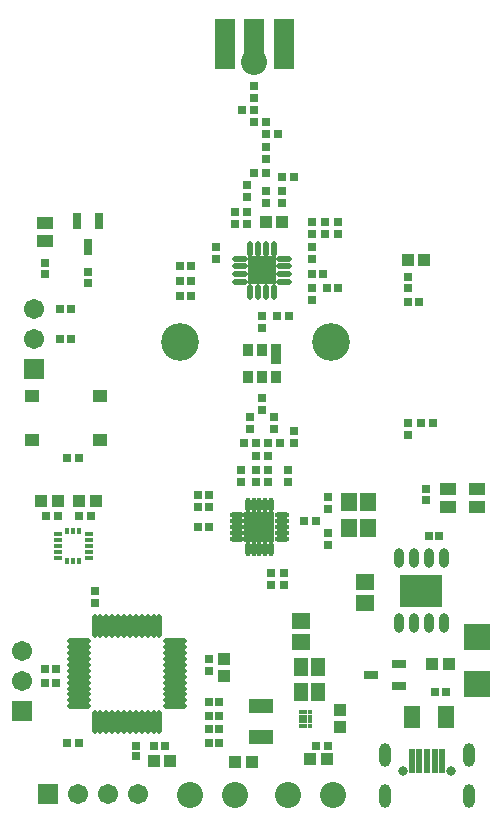
<source format=gts>
G04*
G04 #@! TF.GenerationSoftware,Altium Limited,Altium Designer,19.0.4 (130)*
G04*
G04 Layer_Color=8388736*
%FSLAX25Y25*%
%MOIN*%
G70*
G01*
G75*
%ADD55R,0.06693X0.14173*%
%ADD56O,0.01784X0.04737*%
%ADD57O,0.04737X0.01784*%
%ADD58R,0.10249X0.10249*%
%ADD59R,0.05524X0.06312*%
%ADD60R,0.03359X0.06902*%
%ADD61R,0.03359X0.03950*%
%ADD62R,0.05400X0.04300*%
%ADD63R,0.03162X0.05328*%
%ADD64R,0.02965X0.02965*%
%ADD65R,0.04737X0.04343*%
%ADD66R,0.03162X0.02769*%
%ADD67R,0.02965X0.02965*%
%ADD68R,0.01784X0.02178*%
%ADD69R,0.02670X0.01784*%
%ADD70R,0.03950X0.04343*%
%ADD71R,0.02769X0.03162*%
%ADD72R,0.06312X0.05328*%
%ADD73O,0.03162X0.06509*%
%ADD74R,0.14225X0.10721*%
%ADD75R,0.08674X0.08674*%
%ADD76R,0.04737X0.03162*%
%ADD77R,0.05524X0.07690*%
%ADD78C,0.01627*%
%ADD79R,0.05131X0.06312*%
%ADD80R,0.07887X0.05131*%
%ADD81R,0.04343X0.03950*%
%ADD82R,0.02375X0.07887*%
%ADD83C,0.08674*%
%ADD84O,0.01981X0.07887*%
%ADD85O,0.07887X0.01981*%
%ADD86R,0.06706X0.16548*%
%ADD87R,0.09304X0.09304*%
%ADD88O,0.05131X0.02178*%
%ADD89O,0.02178X0.05131*%
%ADD90C,0.12611*%
%ADD91C,0.06706*%
%ADD92R,0.06706X0.06706*%
%ADD93R,0.06706X0.06706*%
%ADD94C,0.03241*%
%ADD95O,0.03950X0.07887*%
D55*
X83890Y261587D02*
D03*
D56*
X81724Y92118D02*
D03*
X83693D02*
D03*
X85661D02*
D03*
X87630D02*
D03*
X89598D02*
D03*
Y106882D02*
D03*
X87630D02*
D03*
X85661D02*
D03*
X83693D02*
D03*
X81724D02*
D03*
D57*
X93043Y95563D02*
D03*
Y97531D02*
D03*
Y99500D02*
D03*
Y101469D02*
D03*
Y103437D02*
D03*
X78280D02*
D03*
Y101469D02*
D03*
Y99500D02*
D03*
Y97531D02*
D03*
Y95563D02*
D03*
D58*
X85661Y99500D02*
D03*
D59*
X121800Y99000D02*
D03*
Y107661D02*
D03*
X115501Y99000D02*
D03*
Y107661D02*
D03*
D60*
X91224Y156953D02*
D03*
D61*
X86500Y158429D02*
D03*
X81776D02*
D03*
X91224Y149571D02*
D03*
X86500D02*
D03*
X81776D02*
D03*
D62*
X14000Y200768D02*
D03*
Y194768D02*
D03*
X148500Y106000D02*
D03*
Y112000D02*
D03*
X158000Y106000D02*
D03*
Y112000D02*
D03*
D63*
X32240Y201461D02*
D03*
X24760D02*
D03*
X28500Y192602D02*
D03*
D64*
X14000Y183728D02*
D03*
Y187272D02*
D03*
X28500Y184272D02*
D03*
Y180728D02*
D03*
X141000Y112000D02*
D03*
Y108457D02*
D03*
X44500Y22957D02*
D03*
Y26500D02*
D03*
D65*
X9665Y143067D02*
D03*
Y128500D02*
D03*
X32500Y143067D02*
D03*
Y128500D02*
D03*
D66*
X21617Y122500D02*
D03*
X25554D02*
D03*
X14482Y103000D02*
D03*
X18419D02*
D03*
X25555D02*
D03*
X29492D02*
D03*
X135000Y174500D02*
D03*
X138937D02*
D03*
X143437Y133968D02*
D03*
X139500D02*
D03*
X108390Y26500D02*
D03*
X104453D02*
D03*
X25469Y27500D02*
D03*
X21531D02*
D03*
X54295Y26500D02*
D03*
X50358D02*
D03*
X79953Y238500D02*
D03*
X83890D02*
D03*
Y234469D02*
D03*
X87827D02*
D03*
X91764Y230469D02*
D03*
X87827D02*
D03*
X83890Y217500D02*
D03*
X87827D02*
D03*
X97228Y216000D02*
D03*
X93291D02*
D03*
X77606Y200500D02*
D03*
X81543D02*
D03*
X77606Y204500D02*
D03*
X81543D02*
D03*
X108031Y178969D02*
D03*
X111969D02*
D03*
X95468Y169850D02*
D03*
X91531D02*
D03*
X88532Y127500D02*
D03*
X92469D02*
D03*
X80532Y127500D02*
D03*
X84469D02*
D03*
X84531Y123000D02*
D03*
X88468D02*
D03*
X68968Y110000D02*
D03*
X65031D02*
D03*
X68968Y99500D02*
D03*
X65031D02*
D03*
X100531Y101469D02*
D03*
X104469D02*
D03*
D67*
X22772Y172000D02*
D03*
X19228D02*
D03*
Y162000D02*
D03*
X22772D02*
D03*
X14228Y47500D02*
D03*
X17772D02*
D03*
X17772Y52000D02*
D03*
X14228D02*
D03*
X142000Y96500D02*
D03*
X145543D02*
D03*
X147799Y44500D02*
D03*
X144256D02*
D03*
X68779Y27468D02*
D03*
X72323D02*
D03*
X68779Y40968D02*
D03*
X72323D02*
D03*
X68779Y31969D02*
D03*
X72323D02*
D03*
X68779Y36468D02*
D03*
X72323D02*
D03*
X62772Y186279D02*
D03*
X59228D02*
D03*
X59228Y181500D02*
D03*
X62772D02*
D03*
X106772Y183721D02*
D03*
X103228D02*
D03*
X68772Y106000D02*
D03*
X65228D02*
D03*
X59228Y176500D02*
D03*
X62772D02*
D03*
D68*
X21617Y98019D02*
D03*
X23586D02*
D03*
X25555D02*
D03*
Y87981D02*
D03*
X23586D02*
D03*
X21617D02*
D03*
D69*
X28754Y96938D02*
D03*
Y94969D02*
D03*
Y93000D02*
D03*
Y91031D02*
D03*
Y89062D02*
D03*
X18419D02*
D03*
Y91031D02*
D03*
Y93000D02*
D03*
Y94969D02*
D03*
Y96938D02*
D03*
D70*
X12907Y108000D02*
D03*
X18419D02*
D03*
X25555D02*
D03*
X31067D02*
D03*
X135000Y188500D02*
D03*
X140512D02*
D03*
X83012Y21000D02*
D03*
X77500D02*
D03*
X143244Y53740D02*
D03*
X148756D02*
D03*
X102543Y22000D02*
D03*
X108055D02*
D03*
X55870Y21500D02*
D03*
X50358D02*
D03*
X93291Y201000D02*
D03*
X87779D02*
D03*
D71*
X135000Y182905D02*
D03*
Y178969D02*
D03*
Y133968D02*
D03*
Y130032D02*
D03*
X30673Y74094D02*
D03*
Y78031D02*
D03*
X68779Y51484D02*
D03*
Y55421D02*
D03*
X83890Y246468D02*
D03*
Y242531D02*
D03*
X87827Y225969D02*
D03*
Y222031D02*
D03*
X93291Y211469D02*
D03*
Y207531D02*
D03*
X87827Y211469D02*
D03*
Y207531D02*
D03*
X111969Y197031D02*
D03*
Y200969D02*
D03*
X107500Y197031D02*
D03*
Y200969D02*
D03*
X103228Y197031D02*
D03*
Y200969D02*
D03*
X71000Y188839D02*
D03*
Y192776D02*
D03*
X103228D02*
D03*
Y188839D02*
D03*
X103228Y178969D02*
D03*
Y175031D02*
D03*
X86500Y165913D02*
D03*
Y169850D02*
D03*
Y138531D02*
D03*
Y142469D02*
D03*
X90500Y132032D02*
D03*
Y135968D02*
D03*
X82500Y132032D02*
D03*
Y135968D02*
D03*
X97000Y127532D02*
D03*
Y131468D02*
D03*
X84500Y114532D02*
D03*
Y118468D02*
D03*
X79575Y114532D02*
D03*
Y118468D02*
D03*
X88500Y114532D02*
D03*
Y118468D02*
D03*
X95000Y114532D02*
D03*
Y118468D02*
D03*
X108500Y105431D02*
D03*
Y109369D02*
D03*
Y97469D02*
D03*
Y93532D02*
D03*
X93732Y80032D02*
D03*
Y83969D02*
D03*
X89468Y80032D02*
D03*
Y83969D02*
D03*
X81543Y213469D02*
D03*
Y209531D02*
D03*
D72*
X120800Y74055D02*
D03*
Y80945D02*
D03*
X99394Y61055D02*
D03*
Y67945D02*
D03*
D73*
X147000Y88957D02*
D03*
X142000D02*
D03*
X137000D02*
D03*
X132000D02*
D03*
X147000Y67500D02*
D03*
X142000D02*
D03*
X137000D02*
D03*
X132000D02*
D03*
D74*
X139500Y78228D02*
D03*
D75*
X158000Y62874D02*
D03*
Y47126D02*
D03*
D76*
X132224Y46260D02*
D03*
Y53740D02*
D03*
X122776Y50000D02*
D03*
D77*
X147799Y36217D02*
D03*
X136382D02*
D03*
D78*
X99394Y37791D02*
D03*
X100969D02*
D03*
X102543D02*
D03*
X99394Y36217D02*
D03*
X102543D02*
D03*
Y34642D02*
D03*
X99394Y33067D02*
D03*
X100969D02*
D03*
X102543D02*
D03*
X100969Y34642D02*
D03*
Y36217D02*
D03*
X99394Y34642D02*
D03*
D79*
Y52626D02*
D03*
X105299D02*
D03*
X99394Y44500D02*
D03*
X105299D02*
D03*
D80*
X86000Y39760D02*
D03*
Y29524D02*
D03*
D81*
X112500Y38256D02*
D03*
Y32744D02*
D03*
X73996Y55421D02*
D03*
Y49909D02*
D03*
D82*
X136382Y21485D02*
D03*
X138941D02*
D03*
X141500D02*
D03*
X144059D02*
D03*
X146618D02*
D03*
D83*
X110000Y10000D02*
D03*
X95000D02*
D03*
X77500D02*
D03*
X62400D02*
D03*
X83890Y254500D02*
D03*
D84*
X52327Y34555D02*
D03*
X50358D02*
D03*
X48390D02*
D03*
X46421D02*
D03*
X44453D02*
D03*
X42484D02*
D03*
X40516D02*
D03*
X38547D02*
D03*
X36579D02*
D03*
X34610D02*
D03*
X32642D02*
D03*
X30673D02*
D03*
Y66445D02*
D03*
X32642D02*
D03*
X34610D02*
D03*
X36579D02*
D03*
X38547D02*
D03*
X40516D02*
D03*
X42484D02*
D03*
X44453D02*
D03*
X46421D02*
D03*
X48390D02*
D03*
X50358D02*
D03*
X52327D02*
D03*
D85*
X25555Y39673D02*
D03*
Y41642D02*
D03*
Y43610D02*
D03*
Y45579D02*
D03*
Y47547D02*
D03*
Y49516D02*
D03*
Y51484D02*
D03*
Y53453D02*
D03*
Y55421D02*
D03*
Y57390D02*
D03*
Y59358D02*
D03*
Y61327D02*
D03*
X57445D02*
D03*
Y59358D02*
D03*
Y57390D02*
D03*
Y55421D02*
D03*
Y53453D02*
D03*
Y51484D02*
D03*
Y49516D02*
D03*
Y47547D02*
D03*
Y45579D02*
D03*
Y43610D02*
D03*
Y41642D02*
D03*
Y39673D02*
D03*
D86*
X74047Y260405D02*
D03*
X93732D02*
D03*
D87*
X86500Y185000D02*
D03*
D88*
X93685Y188839D02*
D03*
Y186279D02*
D03*
Y183721D02*
D03*
Y181161D02*
D03*
X79315D02*
D03*
Y183721D02*
D03*
Y186279D02*
D03*
Y188839D02*
D03*
D89*
X90339Y177815D02*
D03*
X87779D02*
D03*
X85220D02*
D03*
X82661D02*
D03*
Y192185D02*
D03*
X85220D02*
D03*
X87779D02*
D03*
X90339D02*
D03*
D90*
X109394Y161000D02*
D03*
X59000D02*
D03*
D91*
X10500Y172000D02*
D03*
Y162000D02*
D03*
X6500Y58000D02*
D03*
Y48000D02*
D03*
X45000Y10500D02*
D03*
X35000D02*
D03*
X25000D02*
D03*
D92*
X10500Y152000D02*
D03*
X6500Y38000D02*
D03*
D93*
X15000Y10500D02*
D03*
D94*
X133429Y18139D02*
D03*
X149571D02*
D03*
D95*
X155575Y9674D02*
D03*
X127425D02*
D03*
Y23257D02*
D03*
X155575D02*
D03*
M02*

</source>
